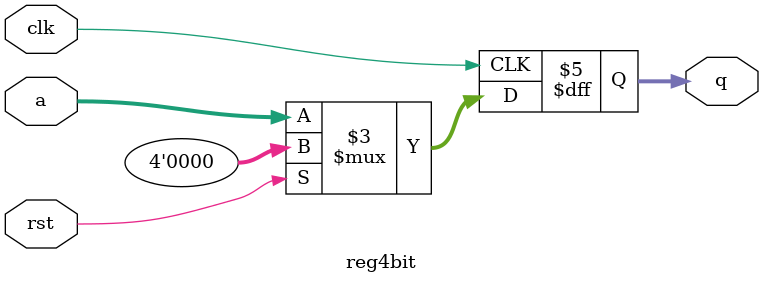
<source format=v>

module reg4bit (
    input        clk,      // Clock signal
    input        rst,      // Synchronous reset (active HIGH)
    input  [3:0] a,        // 4-bit data input
    output reg [3:0] q     // 4-bit registered output
);

    // Sequential always block (edge-triggered)
    always @(posedge clk) begin
        if (rst)
            q <= 4'b0000;  // Clear register when reset is high
        else
            q <= a;        // Load input data into register
    end

endmodule

</source>
